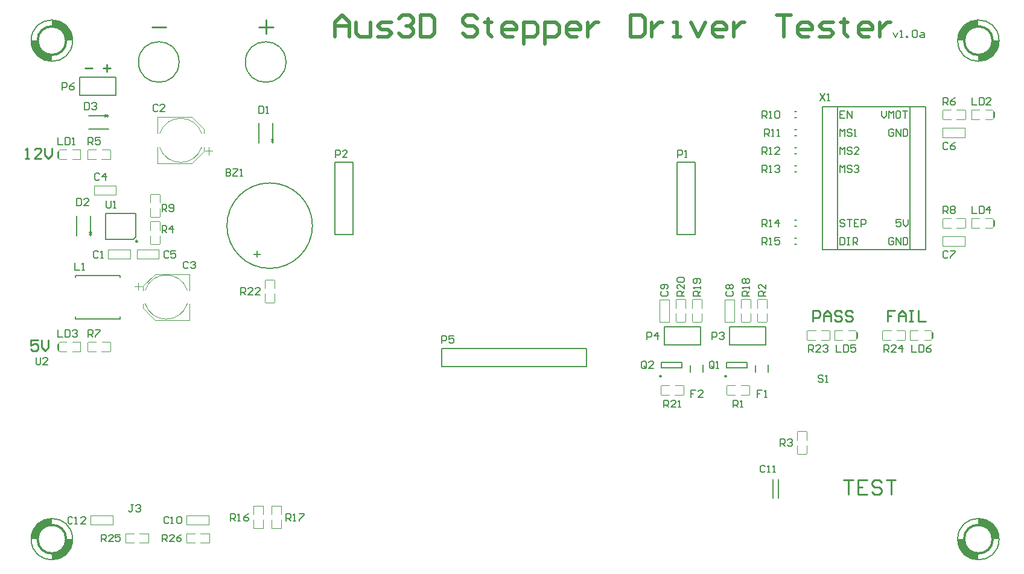
<source format=gto>
G04 Layer_Color=65535*
%FSLAX44Y44*%
%MOMM*%
G71*
G01*
G75*
%ADD10C,0.2540*%
%ADD25C,0.5000*%
%ADD44C,0.1270*%
%ADD45C,0.3000*%
%ADD46C,0.1500*%
%ADD47C,0.0762*%
%ADD48C,0.2500*%
%ADD49C,0.1000*%
%ADD50C,0.2000*%
%ADD51C,0.1524*%
G36*
X79250Y47400D02*
X78600Y46750D01*
Y42200D01*
X76650Y40250D01*
Y37650D01*
X74700Y35700D01*
Y33750D01*
X70150Y29200D01*
X69500D01*
X64950Y24650D01*
X63000D01*
X61050Y22700D01*
X57150Y22050D01*
X54800Y21000D01*
X50000D01*
Y30000D01*
X50500Y30500D01*
X57150D01*
X59100Y32450D01*
X60400D01*
X64950Y37000D01*
Y37650D01*
X68850Y41550D01*
Y45450D01*
X70150Y46750D01*
Y50000D01*
X79250D01*
Y47400D01*
D02*
G37*
G36*
X50000Y70000D02*
X49500Y69500D01*
X42850D01*
X40900Y67550D01*
X39600D01*
X35050Y63000D01*
Y62350D01*
X31150Y58450D01*
Y54550D01*
X29850Y53250D01*
Y50000D01*
X20750D01*
Y52600D01*
X21400Y53250D01*
Y57800D01*
X23350Y59750D01*
Y62350D01*
X25300Y64300D01*
Y66250D01*
X29850Y70800D01*
X30500D01*
X35050Y75350D01*
X37000D01*
X38950Y77300D01*
X42850Y77950D01*
X45200Y79000D01*
X50000D01*
Y70000D01*
D02*
G37*
G36*
X338619Y450838D02*
X342600D01*
Y449162D01*
X338619D01*
Y445180D01*
X336923D01*
Y449162D01*
X332942D01*
Y450838D01*
X336923D01*
Y454858D01*
X338619D01*
Y450838D01*
D02*
G37*
G36*
X1330500Y49500D02*
Y42850D01*
X1332450Y40900D01*
Y39600D01*
X1337000Y35050D01*
X1337650D01*
X1341550Y31150D01*
X1345450D01*
X1346750Y29850D01*
X1350000D01*
Y20750D01*
X1347400D01*
X1346750Y21400D01*
X1342200D01*
X1340250Y23350D01*
X1337650D01*
X1335700Y25300D01*
X1333750D01*
X1329200Y29850D01*
Y30500D01*
X1324650Y35050D01*
Y37000D01*
X1322700Y38950D01*
X1322050Y42850D01*
X1321000Y45200D01*
Y50000D01*
X1330000D01*
X1330500Y49500D01*
D02*
G37*
G36*
X1353250Y78600D02*
X1357800D01*
X1359750Y76650D01*
X1362350D01*
X1364300Y74700D01*
X1366250D01*
X1370800Y70150D01*
Y69500D01*
X1375350Y64950D01*
Y63000D01*
X1377300Y61050D01*
X1377950Y57150D01*
X1379000Y54800D01*
Y50000D01*
X1370000D01*
X1369500Y50500D01*
Y57150D01*
X1367550Y59100D01*
Y60400D01*
X1363000Y64950D01*
X1362350D01*
X1358450Y68850D01*
X1354550D01*
X1353250Y70150D01*
X1350000D01*
Y79250D01*
X1352600D01*
X1353250Y78600D01*
D02*
G37*
G36*
X53250Y778600D02*
X57800D01*
X59750Y776650D01*
X62350D01*
X64300Y774700D01*
X66250D01*
X70800Y770150D01*
Y769500D01*
X75350Y764950D01*
Y763000D01*
X77300Y761050D01*
X77950Y757150D01*
X79000Y754800D01*
Y750000D01*
X70000D01*
X69500Y750500D01*
Y757150D01*
X67550Y759100D01*
Y760400D01*
X63000Y764950D01*
X62350D01*
X58450Y768850D01*
X54550D01*
X53250Y770150D01*
X50000D01*
Y779250D01*
X52600D01*
X53250Y778600D01*
D02*
G37*
G36*
X1350000Y770000D02*
X1349500Y769500D01*
X1342850D01*
X1340900Y767550D01*
X1339600D01*
X1335050Y763000D01*
Y762350D01*
X1331150Y758450D01*
Y754550D01*
X1329850Y753250D01*
Y750000D01*
X1320750D01*
Y752600D01*
X1321400Y753250D01*
Y757800D01*
X1323350Y759750D01*
Y762350D01*
X1325300Y764300D01*
Y766250D01*
X1329850Y770800D01*
X1330500D01*
X1335050Y775350D01*
X1337000D01*
X1338950Y777300D01*
X1342850Y777950D01*
X1345200Y779000D01*
X1350000D01*
Y770000D01*
D02*
G37*
G36*
X30500Y749500D02*
Y742850D01*
X32450Y740900D01*
Y739600D01*
X37000Y735050D01*
X37650D01*
X41550Y731150D01*
X45450D01*
X46750Y729850D01*
X50000D01*
Y720750D01*
X47400D01*
X46750Y721400D01*
X42200D01*
X40250Y723350D01*
X37650D01*
X35700Y725300D01*
X33750D01*
X29200Y729850D01*
Y730500D01*
X24650Y735050D01*
Y737000D01*
X22700Y738950D01*
X22050Y742850D01*
X21000Y745200D01*
Y750000D01*
X30000D01*
X30500Y749500D01*
D02*
G37*
G36*
X1379250Y747400D02*
X1378600Y746750D01*
Y742200D01*
X1376650Y740250D01*
Y737650D01*
X1374700Y735700D01*
Y733750D01*
X1370150Y729200D01*
X1369500D01*
X1364950Y724650D01*
X1363000D01*
X1361050Y722700D01*
X1357150Y722050D01*
X1354800Y721000D01*
X1350000D01*
Y730000D01*
X1350500Y730500D01*
X1357150D01*
X1359100Y732450D01*
X1360400D01*
X1364950Y737000D01*
Y737650D01*
X1368850Y741550D01*
Y745450D01*
X1370150Y746750D01*
Y750000D01*
X1379250D01*
Y747400D01*
D02*
G37*
D10*
X30317Y329195D02*
X20320D01*
Y321698D01*
X25318Y324197D01*
X27818D01*
X30317Y321698D01*
Y316699D01*
X27818Y314200D01*
X22819D01*
X20320Y316699D01*
X35315Y329195D02*
Y319198D01*
X40314Y314200D01*
X45312Y319198D01*
Y329195D01*
X12700Y584200D02*
X17698D01*
X15199D01*
Y599195D01*
X12700Y596696D01*
X35193Y584200D02*
X25196D01*
X35193Y594197D01*
Y596696D01*
X32694Y599195D01*
X27695D01*
X25196Y596696D01*
X40191Y599195D02*
Y589198D01*
X45189Y584200D01*
X50188Y589198D01*
Y599195D01*
X96520Y711078D02*
X106517D01*
X121920D02*
X131917D01*
X126918Y716076D02*
Y706079D01*
X190360Y769375D02*
X210354D01*
X340360D02*
X360354D01*
X350357Y779372D02*
Y759378D01*
X1160780Y133024D02*
X1174109D01*
X1167445D01*
Y113030D01*
X1194103Y133024D02*
X1180774D01*
Y113030D01*
X1194103D01*
X1180774Y123027D02*
X1187438D01*
X1214096Y129691D02*
X1210764Y133024D01*
X1204099D01*
X1200767Y129691D01*
Y126359D01*
X1204099Y123027D01*
X1210764D01*
X1214096Y119694D01*
Y116362D01*
X1210764Y113030D01*
X1204099D01*
X1200767Y116362D01*
X1220761Y133024D02*
X1234090D01*
X1227425D01*
Y113030D01*
X1233167Y370835D02*
X1223010D01*
Y363218D01*
X1228088D01*
X1223010D01*
Y355600D01*
X1238245D02*
Y365757D01*
X1243323Y370835D01*
X1248402Y365757D01*
Y355600D01*
Y363218D01*
X1238245D01*
X1253480Y370835D02*
X1258559D01*
X1256019D01*
Y355600D01*
X1253480D01*
X1258559D01*
X1266176Y370835D02*
Y355600D01*
X1276333D01*
X1117600D02*
Y370835D01*
X1125218D01*
X1127757Y368296D01*
Y363218D01*
X1125218Y360678D01*
X1117600D01*
X1132835Y355600D02*
Y365757D01*
X1137913Y370835D01*
X1142992Y365757D01*
Y355600D01*
Y363218D01*
X1132835D01*
X1158227Y368296D02*
X1155688Y370835D01*
X1150609D01*
X1148070Y368296D01*
Y365757D01*
X1150609Y363218D01*
X1155688D01*
X1158227Y360678D01*
Y358139D01*
X1155688Y355600D01*
X1150609D01*
X1148070Y358139D01*
X1173462Y368296D02*
X1170923Y370835D01*
X1165844D01*
X1163305Y368296D01*
Y365757D01*
X1165844Y363218D01*
X1170923D01*
X1173462Y360678D01*
Y358139D01*
X1170923Y355600D01*
X1165844D01*
X1163305Y358139D01*
D25*
X447040Y755650D02*
Y775643D01*
X457037Y785640D01*
X467034Y775643D01*
Y755650D01*
Y770645D01*
X447040D01*
X477030Y775643D02*
Y760648D01*
X482029Y755650D01*
X497024D01*
Y775643D01*
X507021Y755650D02*
X522016D01*
X527014Y760648D01*
X522016Y765647D01*
X512019D01*
X507021Y770645D01*
X512019Y775643D01*
X527014D01*
X537011Y780642D02*
X542009Y785640D01*
X552006D01*
X557004Y780642D01*
Y775643D01*
X552006Y770645D01*
X547008D01*
X552006D01*
X557004Y765647D01*
Y760648D01*
X552006Y755650D01*
X542009D01*
X537011Y760648D01*
X567001Y785640D02*
Y755650D01*
X581996D01*
X586995Y760648D01*
Y780642D01*
X581996Y785640D01*
X567001D01*
X646975Y780642D02*
X641977Y785640D01*
X631980D01*
X626982Y780642D01*
Y775643D01*
X631980Y770645D01*
X641977D01*
X646975Y765647D01*
Y760648D01*
X641977Y755650D01*
X631980D01*
X626982Y760648D01*
X661970Y780642D02*
Y775643D01*
X656972D01*
X666969D01*
X661970D01*
Y760648D01*
X666969Y755650D01*
X696959D02*
X686962D01*
X681964Y760648D01*
Y770645D01*
X686962Y775643D01*
X696959D01*
X701957Y770645D01*
Y765647D01*
X681964D01*
X711954Y745653D02*
Y775643D01*
X726949D01*
X731948Y770645D01*
Y760648D01*
X726949Y755650D01*
X711954D01*
X741945Y745653D02*
Y775643D01*
X756940D01*
X761938Y770645D01*
Y760648D01*
X756940Y755650D01*
X741945D01*
X786930D02*
X776933D01*
X771935Y760648D01*
Y770645D01*
X776933Y775643D01*
X786930D01*
X791928Y770645D01*
Y765647D01*
X771935D01*
X801925Y775643D02*
Y755650D01*
Y765647D01*
X806924Y770645D01*
X811922Y775643D01*
X816920D01*
X861906Y785640D02*
Y755650D01*
X876901D01*
X881899Y760648D01*
Y780642D01*
X876901Y785640D01*
X861906D01*
X891896Y775643D02*
Y755650D01*
Y765647D01*
X896894Y770645D01*
X901893Y775643D01*
X906891D01*
X921886Y755650D02*
X931883D01*
X926885D01*
Y775643D01*
X921886D01*
X946878D02*
X956875Y755650D01*
X966872Y775643D01*
X991864Y755650D02*
X981867D01*
X976869Y760648D01*
Y770645D01*
X981867Y775643D01*
X991864D01*
X996862Y770645D01*
Y765647D01*
X976869D01*
X1006859Y775643D02*
Y755650D01*
Y765647D01*
X1011857Y770645D01*
X1016855Y775643D01*
X1021854D01*
X1066839Y785640D02*
X1086833D01*
X1076836D01*
Y755650D01*
X1111825D02*
X1101828D01*
X1096830Y760648D01*
Y770645D01*
X1101828Y775643D01*
X1111825D01*
X1116823Y770645D01*
Y765647D01*
X1096830D01*
X1126820Y755650D02*
X1141815D01*
X1146813Y760648D01*
X1141815Y765647D01*
X1131818D01*
X1126820Y770645D01*
X1131818Y775643D01*
X1146813D01*
X1161809Y780642D02*
Y775643D01*
X1156810D01*
X1166807D01*
X1161809D01*
Y760648D01*
X1166807Y755650D01*
X1196797D02*
X1186801D01*
X1181802Y760648D01*
Y770645D01*
X1186801Y775643D01*
X1196797D01*
X1201796Y770645D01*
Y765647D01*
X1181802D01*
X1211792Y775643D02*
Y755650D01*
Y765647D01*
X1216791Y770645D01*
X1221789Y775643D01*
X1226787D01*
D44*
X228448Y720000D02*
G03*
X228448Y720000I-28448J0D01*
G01*
X378448D02*
G03*
X378448Y720000I-28448J0D01*
G01*
X415600Y490220D02*
G03*
X415600Y490220I-60000J0D01*
G01*
X1061812Y107650D02*
Y133650D01*
X1069812Y107650D02*
Y133650D01*
X1055370Y284480D02*
Y294640D01*
X1037590Y284734D02*
Y294386D01*
X996420Y290830D02*
X1025420D01*
Y298450D01*
X996420D02*
X1025420D01*
X996420Y290830D02*
Y298450D01*
X963930Y284480D02*
Y294640D01*
X946150Y284734D02*
Y294386D01*
X904980Y290830D02*
X933980D01*
Y298450D01*
X904980D02*
X933980D01*
X904980Y290830D02*
Y298450D01*
X1091876Y650264D02*
X1094924D01*
X1091876Y642136D02*
X1094924D01*
X1091876Y624864D02*
X1094924D01*
X1091876Y616736D02*
X1094924D01*
X1091876Y599464D02*
X1094924D01*
X1091876Y591336D02*
X1094924D01*
X1091876Y574064D02*
X1094924D01*
X1091876Y565936D02*
X1094924D01*
X1091876Y497864D02*
X1094924D01*
X1091876Y489736D02*
X1094924D01*
X1091876Y472464D02*
X1094924D01*
X1091876Y464336D02*
X1094924D01*
X102000Y625500D02*
X130000D01*
X102000Y644500D02*
X130000D01*
X127890Y643120D02*
Y646120D01*
X124890Y643120D02*
Y646120D01*
X127890Y644620D01*
X124890Y643120D02*
X127890Y644620D01*
X124890D02*
X127890D01*
X340500Y606100D02*
Y634100D01*
X359500Y606100D02*
Y634100D01*
X358120Y608210D02*
X361120D01*
X358120Y611210D02*
X361120D01*
X359620Y608210D02*
X361120Y611210D01*
X358120D02*
X359620Y608210D01*
Y611210D01*
X85100Y476000D02*
Y504000D01*
X104100Y476000D02*
Y504000D01*
X102720Y478110D02*
X105720D01*
X102720Y481110D02*
X105720D01*
X104220Y478110D02*
X105720Y481110D01*
X102720D02*
X104220Y478110D01*
Y481110D01*
D45*
X70000Y750000D02*
G03*
X70000Y750000I-20000J0D01*
G01*
X1370000Y50000D02*
G03*
X1370000Y50000I-20000J0D01*
G01*
Y750000D02*
G03*
X1370000Y750000I-20000J0D01*
G01*
X70000Y50000D02*
G03*
X70000Y50000I-20000J0D01*
G01*
X995325Y278688D02*
X995372Y278640D01*
X995420Y278688D01*
X995372Y278735D01*
X995325Y278688D01*
X903885D02*
X903932Y278640D01*
X903980Y278688D01*
X903932Y278735D01*
X903885Y278688D01*
D46*
X79000Y750000D02*
G03*
X79000Y750000I-29000J0D01*
G01*
X1379000Y50000D02*
G03*
X1379000Y50000I-29000J0D01*
G01*
Y750000D02*
G03*
X1379000Y750000I-29000J0D01*
G01*
X79000Y50000D02*
G03*
X79000Y50000I-29000J0D01*
G01*
X1152700Y657630D02*
X1254046D01*
Y456970D02*
Y657630D01*
X1152700Y457224D02*
Y657630D01*
X1230630Y761044D02*
X1233962Y754380D01*
X1237294Y761044D01*
X1240627Y754380D02*
X1243959D01*
X1242293D01*
Y764377D01*
X1240627Y762711D01*
X1248957Y754380D02*
Y756046D01*
X1250624D01*
Y754380D01*
X1248957D01*
X1257288Y762711D02*
X1258954Y764377D01*
X1262287D01*
X1263953Y762711D01*
Y756046D01*
X1262287Y754380D01*
X1258954D01*
X1257288Y756046D01*
Y762711D01*
X1268951Y761044D02*
X1272283D01*
X1273949Y759378D01*
Y754380D01*
X1268951D01*
X1267285Y756046D01*
X1268951Y757712D01*
X1273949D01*
X1241105Y498947D02*
X1234440D01*
Y493948D01*
X1237772Y495615D01*
X1239438D01*
X1241105Y493948D01*
Y490616D01*
X1239438Y488950D01*
X1236106D01*
X1234440Y490616D01*
X1244437Y498947D02*
Y492282D01*
X1247769Y488950D01*
X1251101Y492282D01*
Y498947D01*
X1214120Y651347D02*
Y644682D01*
X1217452Y641350D01*
X1220785Y644682D01*
Y651347D01*
X1224117Y641350D02*
Y651347D01*
X1227449Y648015D01*
X1230781Y651347D01*
Y641350D01*
X1239112Y651347D02*
X1235780D01*
X1234114Y649681D01*
Y643016D01*
X1235780Y641350D01*
X1239112D01*
X1240778Y643016D01*
Y649681D01*
X1239112Y651347D01*
X1244110D02*
X1250775D01*
X1247443D01*
Y641350D01*
X1230945Y624281D02*
X1229278Y625947D01*
X1225946D01*
X1224280Y624281D01*
Y617616D01*
X1225946Y615950D01*
X1229278D01*
X1230945Y617616D01*
Y620948D01*
X1227612D01*
X1234277Y615950D02*
Y625947D01*
X1240941Y615950D01*
Y625947D01*
X1244274D02*
Y615950D01*
X1249272D01*
X1250938Y617616D01*
Y624281D01*
X1249272Y625947D01*
X1244274D01*
X1230945Y471881D02*
X1229278Y473547D01*
X1225946D01*
X1224280Y471881D01*
Y465216D01*
X1225946Y463550D01*
X1229278D01*
X1230945Y465216D01*
Y468548D01*
X1227612D01*
X1234277Y463550D02*
Y473547D01*
X1240941Y463550D01*
Y473547D01*
X1244274D02*
Y463550D01*
X1249272D01*
X1250938Y465216D01*
Y471881D01*
X1249272Y473547D01*
X1244274D01*
X1155700D02*
Y463550D01*
X1160698D01*
X1162365Y465216D01*
Y471881D01*
X1160698Y473547D01*
X1155700D01*
X1165697D02*
X1169029D01*
X1167363D01*
Y463550D01*
X1165697D01*
X1169029D01*
X1174027D02*
Y473547D01*
X1179026D01*
X1180692Y471881D01*
Y468548D01*
X1179026Y466882D01*
X1174027D01*
X1177360D02*
X1180692Y463550D01*
X1162365Y497281D02*
X1160698Y498947D01*
X1157366D01*
X1155700Y497281D01*
Y495615D01*
X1157366Y493948D01*
X1160698D01*
X1162365Y492282D01*
Y490616D01*
X1160698Y488950D01*
X1157366D01*
X1155700Y490616D01*
X1165697Y498947D02*
X1172361D01*
X1169029D01*
Y488950D01*
X1182358Y498947D02*
X1175694D01*
Y488950D01*
X1182358D01*
X1175694Y493948D02*
X1179026D01*
X1185690Y488950D02*
Y498947D01*
X1190689D01*
X1192355Y497281D01*
Y493948D01*
X1190689Y492282D01*
X1185690D01*
X1155700Y565150D02*
Y575147D01*
X1159032Y571814D01*
X1162365Y575147D01*
Y565150D01*
X1172361Y573481D02*
X1170695Y575147D01*
X1167363D01*
X1165697Y573481D01*
Y571814D01*
X1167363Y570148D01*
X1170695D01*
X1172361Y568482D01*
Y566816D01*
X1170695Y565150D01*
X1167363D01*
X1165697Y566816D01*
X1175694Y573481D02*
X1177360Y575147D01*
X1180692D01*
X1182358Y573481D01*
Y571814D01*
X1180692Y570148D01*
X1179026D01*
X1180692D01*
X1182358Y568482D01*
Y566816D01*
X1180692Y565150D01*
X1177360D01*
X1175694Y566816D01*
X1155700Y590550D02*
Y600547D01*
X1159032Y597215D01*
X1162365Y600547D01*
Y590550D01*
X1172361Y598881D02*
X1170695Y600547D01*
X1167363D01*
X1165697Y598881D01*
Y597215D01*
X1167363Y595548D01*
X1170695D01*
X1172361Y593882D01*
Y592216D01*
X1170695Y590550D01*
X1167363D01*
X1165697Y592216D01*
X1182358Y590550D02*
X1175694D01*
X1182358Y597215D01*
Y598881D01*
X1180692Y600547D01*
X1177360D01*
X1175694Y598881D01*
X1155700Y615950D02*
Y625947D01*
X1159032Y622615D01*
X1162365Y625947D01*
Y615950D01*
X1172361Y624281D02*
X1170695Y625947D01*
X1167363D01*
X1165697Y624281D01*
Y622615D01*
X1167363Y620948D01*
X1170695D01*
X1172361Y619282D01*
Y617616D01*
X1170695Y615950D01*
X1167363D01*
X1165697Y617616D01*
X1175694Y615950D02*
X1179026D01*
X1177360D01*
Y625947D01*
X1175694Y624281D01*
X1162365Y651347D02*
X1155700D01*
Y641350D01*
X1162365D01*
X1155700Y646348D02*
X1159032D01*
X1165697Y641350D02*
Y651347D01*
X1172361Y641350D01*
Y651347D01*
X79195Y80037D02*
X77529Y81703D01*
X74196D01*
X72530Y80037D01*
Y73372D01*
X74196Y71706D01*
X77529D01*
X79195Y73372D01*
X82527Y71706D02*
X85859D01*
X84193D01*
Y81703D01*
X82527Y80037D01*
X97522Y71706D02*
X90858D01*
X97522Y78370D01*
Y80037D01*
X95856Y81703D01*
X92524D01*
X90858Y80037D01*
X1050553Y152081D02*
X1048886Y153747D01*
X1045554D01*
X1043888Y152081D01*
Y145416D01*
X1045554Y143750D01*
X1048886D01*
X1050553Y145416D01*
X1053885Y143750D02*
X1057217D01*
X1055551D01*
Y153747D01*
X1053885Y152081D01*
X1062215Y143750D02*
X1065548D01*
X1063882D01*
Y153747D01*
X1062215Y152081D01*
X64718Y680706D02*
Y690703D01*
X69716D01*
X71382Y689037D01*
Y685704D01*
X69716Y684038D01*
X64718D01*
X81379Y690703D02*
X78047Y689037D01*
X74715Y685704D01*
Y682372D01*
X76381Y680706D01*
X79713D01*
X81379Y682372D01*
Y684038D01*
X79713Y685704D01*
X74715D01*
X164347Y98121D02*
X161014D01*
X162680D01*
Y89790D01*
X161014Y88124D01*
X159348D01*
X157682Y89790D01*
X167679Y96455D02*
X169345Y98121D01*
X172677D01*
X174343Y96455D01*
Y94789D01*
X172677Y93122D01*
X171011D01*
X172677D01*
X174343Y91456D01*
Y89790D01*
X172677Y88124D01*
X169345D01*
X167679Y89790D01*
X315162Y393432D02*
Y403429D01*
X320160D01*
X321827Y401763D01*
Y398430D01*
X320160Y396764D01*
X315162D01*
X318494D02*
X321827Y393432D01*
X331823D02*
X325159D01*
X331823Y400097D01*
Y401763D01*
X330157Y403429D01*
X326825D01*
X325159Y401763D01*
X341820Y393432D02*
X335156D01*
X341820Y400097D01*
Y401763D01*
X340154Y403429D01*
X336822D01*
X335156Y401763D01*
X213876Y80199D02*
X212210Y81865D01*
X208878D01*
X207212Y80199D01*
Y73534D01*
X208878Y71868D01*
X212210D01*
X213876Y73534D01*
X217209Y71868D02*
X220541D01*
X218875D01*
Y81865D01*
X217209Y80199D01*
X225539D02*
X227206Y81865D01*
X230538D01*
X232204Y80199D01*
Y73534D01*
X230538Y71868D01*
X227206D01*
X225539Y73534D01*
Y80199D01*
X204926Y46468D02*
Y56465D01*
X209924D01*
X211590Y54799D01*
Y51466D01*
X209924Y49800D01*
X204926D01*
X208258D02*
X211590Y46468D01*
X221587D02*
X214923D01*
X221587Y53133D01*
Y54799D01*
X219921Y56465D01*
X216589D01*
X214923Y54799D01*
X231584Y56465D02*
X228252Y54799D01*
X224920Y51466D01*
Y48134D01*
X226586Y46468D01*
X229918D01*
X231584Y48134D01*
Y49800D01*
X229918Y51466D01*
X224920D01*
X119328Y46468D02*
Y56465D01*
X124326D01*
X125992Y54799D01*
Y51466D01*
X124326Y49800D01*
X119328D01*
X122660D02*
X125992Y46468D01*
X135989D02*
X129325D01*
X135989Y53133D01*
Y54799D01*
X134323Y56465D01*
X130991D01*
X129325Y54799D01*
X145986Y56465D02*
X139322D01*
Y51466D01*
X142654Y53133D01*
X144320D01*
X145986Y51466D01*
Y48134D01*
X144320Y46468D01*
X140988D01*
X139322Y48134D01*
X1307601Y605471D02*
X1305934Y607137D01*
X1302602D01*
X1300936Y605471D01*
Y598806D01*
X1302602Y597140D01*
X1305934D01*
X1307601Y598806D01*
X1317597Y607137D02*
X1314265Y605471D01*
X1310933Y602138D01*
Y598806D01*
X1312599Y597140D01*
X1315931D01*
X1317597Y598806D01*
Y600472D01*
X1315931Y602138D01*
X1310933D01*
X1307601Y453071D02*
X1305934Y454737D01*
X1302602D01*
X1300936Y453071D01*
Y446406D01*
X1302602Y444740D01*
X1305934D01*
X1307601Y446406D01*
X1310933Y454737D02*
X1317597D01*
Y453071D01*
X1310933Y446406D01*
Y444740D01*
X997509Y397825D02*
X995843Y396158D01*
Y392826D01*
X997509Y391160D01*
X1004174D01*
X1005840Y392826D01*
Y396158D01*
X1004174Y397825D01*
X997509Y401157D02*
X995843Y402823D01*
Y406155D01*
X997509Y407821D01*
X999175D01*
X1000842Y406155D01*
X1002508Y407821D01*
X1004174D01*
X1005840Y406155D01*
Y402823D01*
X1004174Y401157D01*
X1002508D01*
X1000842Y402823D01*
X999175Y401157D01*
X997509D01*
X1000842Y402823D02*
Y406155D01*
X1028700Y391160D02*
X1018703D01*
Y396158D01*
X1020369Y397825D01*
X1023702D01*
X1025368Y396158D01*
Y391160D01*
Y394492D02*
X1028700Y397825D01*
Y401157D02*
Y404489D01*
Y402823D01*
X1018703D01*
X1020369Y401157D01*
Y409487D02*
X1018703Y411154D01*
Y414486D01*
X1020369Y416152D01*
X1022036D01*
X1023702Y414486D01*
X1025368Y416152D01*
X1027034D01*
X1028700Y414486D01*
Y411154D01*
X1027034Y409487D01*
X1025368D01*
X1023702Y411154D01*
X1022036Y409487D01*
X1020369D01*
X1023702Y411154D02*
Y414486D01*
X1051560Y391160D02*
X1041563D01*
Y396158D01*
X1043229Y397825D01*
X1046562D01*
X1048228Y396158D01*
Y391160D01*
Y394492D02*
X1051560Y397825D01*
Y407821D02*
Y401157D01*
X1044895Y407821D01*
X1043229D01*
X1041563Y406155D01*
Y402823D01*
X1043229Y401157D01*
X1005924Y235190D02*
Y245187D01*
X1010922D01*
X1012589Y243521D01*
Y240188D01*
X1010922Y238522D01*
X1005924D01*
X1009256D02*
X1012589Y235190D01*
X1015921D02*
X1019253D01*
X1017587D01*
Y245187D01*
X1015921Y243521D01*
X1046488Y259411D02*
X1039824D01*
Y254412D01*
X1043156D01*
X1039824D01*
Y249414D01*
X1049821D02*
X1053153D01*
X1051487D01*
Y259411D01*
X1049821Y257745D01*
X979178Y291212D02*
Y297877D01*
X977512Y299543D01*
X974180D01*
X972514Y297877D01*
Y291212D01*
X974180Y289546D01*
X977512D01*
X975846Y292878D02*
X979178Y289546D01*
X977512D02*
X979178Y291212D01*
X982511Y289546D02*
X985843D01*
X984177D01*
Y299543D01*
X982511Y297877D01*
X976578Y330186D02*
Y340183D01*
X981576D01*
X983242Y338517D01*
Y335184D01*
X981576Y333518D01*
X976578D01*
X986575Y338517D02*
X988241Y340183D01*
X991573D01*
X993239Y338517D01*
Y336851D01*
X991573Y335184D01*
X989907D01*
X991573D01*
X993239Y333518D01*
Y331852D01*
X991573Y330186D01*
X988241D01*
X986575Y331852D01*
X908742Y235190D02*
Y245187D01*
X913740D01*
X915406Y243521D01*
Y240188D01*
X913740Y238522D01*
X908742D01*
X912074D02*
X915406Y235190D01*
X925403D02*
X918738D01*
X925403Y241854D01*
Y243521D01*
X923737Y245187D01*
X920405D01*
X918738Y243521D01*
X928735Y235190D02*
X932067D01*
X930401D01*
Y245187D01*
X928735Y243521D01*
X953270Y259411D02*
X946606D01*
Y254412D01*
X949938D01*
X946606D01*
Y249414D01*
X963267D02*
X956603D01*
X963267Y256078D01*
Y257745D01*
X961601Y259411D01*
X958269D01*
X956603Y257745D01*
X884183Y291212D02*
Y297877D01*
X882516Y299543D01*
X879184D01*
X877518Y297877D01*
Y291212D01*
X879184Y289546D01*
X882516D01*
X880850Y292878D02*
X884183Y289546D01*
X882516D02*
X884183Y291212D01*
X894179Y289546D02*
X887515D01*
X894179Y296210D01*
Y297877D01*
X892513Y299543D01*
X889181D01*
X887515Y297877D01*
X885138Y330186D02*
Y340183D01*
X890136D01*
X891803Y338517D01*
Y335184D01*
X890136Y333518D01*
X885138D01*
X900133Y330186D02*
Y340183D01*
X895135Y335184D01*
X901799D01*
X906069Y397825D02*
X904403Y396158D01*
Y392826D01*
X906069Y391160D01*
X912734D01*
X914400Y392826D01*
Y396158D01*
X912734Y397825D01*
Y401157D02*
X914400Y402823D01*
Y406155D01*
X912734Y407821D01*
X906069D01*
X904403Y406155D01*
Y402823D01*
X906069Y401157D01*
X907736D01*
X909402Y402823D01*
Y407821D01*
X937260Y391160D02*
X927263D01*
Y396158D01*
X928929Y397825D01*
X932262D01*
X933928Y396158D01*
Y391160D01*
Y394492D02*
X937260Y397825D01*
Y407821D02*
Y401157D01*
X930595Y407821D01*
X928929D01*
X927263Y406155D01*
Y402823D01*
X928929Y401157D01*
Y411154D02*
X927263Y412820D01*
Y416152D01*
X928929Y417818D01*
X935594D01*
X937260Y416152D01*
Y412820D01*
X935594Y411154D01*
X928929D01*
X960120Y391160D02*
X950123D01*
Y396158D01*
X951789Y397825D01*
X955122D01*
X956788Y396158D01*
Y391160D01*
Y394492D02*
X960120Y397825D01*
Y401157D02*
Y404489D01*
Y402823D01*
X950123D01*
X951789Y401157D01*
X958454Y409487D02*
X960120Y411154D01*
Y414486D01*
X958454Y416152D01*
X951789D01*
X950123Y414486D01*
Y411154D01*
X951789Y409487D01*
X953456D01*
X955122Y411154D01*
Y416152D01*
X378662Y75932D02*
Y85929D01*
X383660D01*
X385326Y84263D01*
Y80930D01*
X383660Y79264D01*
X378662D01*
X381994D02*
X385326Y75932D01*
X388659D02*
X391991D01*
X390325D01*
Y85929D01*
X388659Y84263D01*
X396989Y85929D02*
X403654D01*
Y84263D01*
X396989Y77598D01*
Y75932D01*
X300684D02*
Y85929D01*
X305682D01*
X307348Y84263D01*
Y80930D01*
X305682Y79264D01*
X300684D01*
X304016D02*
X307348Y75932D01*
X310681D02*
X314013D01*
X312347D01*
Y85929D01*
X310681Y84263D01*
X325676Y85929D02*
X322344Y84263D01*
X319011Y80930D01*
Y77598D01*
X320678Y75932D01*
X324010D01*
X325676Y77598D01*
Y79264D01*
X324010Y80930D01*
X319011D01*
X1150822Y322657D02*
Y312660D01*
X1157486D01*
X1160819Y322657D02*
Y312660D01*
X1165817D01*
X1167483Y314326D01*
Y320991D01*
X1165817Y322657D01*
X1160819D01*
X1177480D02*
X1170816D01*
Y317658D01*
X1174148Y319324D01*
X1175814D01*
X1177480Y317658D01*
Y314326D01*
X1175814Y312660D01*
X1172482D01*
X1170816Y314326D01*
X1256740Y322657D02*
Y312660D01*
X1263404D01*
X1266737Y322657D02*
Y312660D01*
X1271735D01*
X1273401Y314326D01*
Y320991D01*
X1271735Y322657D01*
X1266737D01*
X1283398D02*
X1280066Y320991D01*
X1276734Y317658D01*
Y314326D01*
X1278400Y312660D01*
X1281732D01*
X1283398Y314326D01*
Y315992D01*
X1281732Y317658D01*
X1276734D01*
X1111960Y312660D02*
Y322657D01*
X1116958D01*
X1118624Y320991D01*
Y317658D01*
X1116958Y315992D01*
X1111960D01*
X1115292D02*
X1118624Y312660D01*
X1128621D02*
X1121957D01*
X1128621Y319324D01*
Y320991D01*
X1126955Y322657D01*
X1123623D01*
X1121957Y320991D01*
X1131954D02*
X1133620Y322657D01*
X1136952D01*
X1138618Y320991D01*
Y319324D01*
X1136952Y317658D01*
X1135286D01*
X1136952D01*
X1138618Y315992D01*
Y314326D01*
X1136952Y312660D01*
X1133620D01*
X1131954Y314326D01*
X1217878Y312660D02*
Y322657D01*
X1222876D01*
X1224542Y320991D01*
Y317658D01*
X1222876Y315992D01*
X1217878D01*
X1221210D02*
X1224542Y312660D01*
X1234539D02*
X1227875D01*
X1234539Y319324D01*
Y320991D01*
X1232873Y322657D01*
X1229541D01*
X1227875Y320991D01*
X1242870Y312660D02*
Y322657D01*
X1237872Y317658D01*
X1244536D01*
X1046428Y641082D02*
Y651079D01*
X1051426D01*
X1053092Y649413D01*
Y646080D01*
X1051426Y644414D01*
X1046428D01*
X1049760D02*
X1053092Y641082D01*
X1056425D02*
X1059757D01*
X1058091D01*
Y651079D01*
X1056425Y649413D01*
X1064755D02*
X1066422Y651079D01*
X1069754D01*
X1071420Y649413D01*
Y642748D01*
X1069754Y641082D01*
X1066422D01*
X1064755Y642748D01*
Y649413D01*
X1049730Y615682D02*
Y625679D01*
X1054728D01*
X1056395Y624013D01*
Y620680D01*
X1054728Y619014D01*
X1049730D01*
X1053062D02*
X1056395Y615682D01*
X1059727D02*
X1063059D01*
X1061393D01*
Y625679D01*
X1059727Y624013D01*
X1068057Y615682D02*
X1071390D01*
X1069724D01*
Y625679D01*
X1068057Y624013D01*
X1046428Y590282D02*
Y600279D01*
X1051426D01*
X1053092Y598613D01*
Y595280D01*
X1051426Y593614D01*
X1046428D01*
X1049760D02*
X1053092Y590282D01*
X1056425D02*
X1059757D01*
X1058091D01*
Y600279D01*
X1056425Y598613D01*
X1071420Y590282D02*
X1064755D01*
X1071420Y596946D01*
Y598613D01*
X1069754Y600279D01*
X1066422D01*
X1064755Y598613D01*
X1046428Y564882D02*
Y574879D01*
X1051426D01*
X1053092Y573213D01*
Y569880D01*
X1051426Y568214D01*
X1046428D01*
X1049760D02*
X1053092Y564882D01*
X1056425D02*
X1059757D01*
X1058091D01*
Y574879D01*
X1056425Y573213D01*
X1064755D02*
X1066422Y574879D01*
X1069754D01*
X1071420Y573213D01*
Y571547D01*
X1069754Y569880D01*
X1068088D01*
X1069754D01*
X1071420Y568214D01*
Y566548D01*
X1069754Y564882D01*
X1066422D01*
X1064755Y566548D01*
X1046428Y488682D02*
Y498679D01*
X1051426D01*
X1053092Y497013D01*
Y493680D01*
X1051426Y492014D01*
X1046428D01*
X1049760D02*
X1053092Y488682D01*
X1056425D02*
X1059757D01*
X1058091D01*
Y498679D01*
X1056425Y497013D01*
X1069754Y488682D02*
Y498679D01*
X1064755Y493680D01*
X1071420D01*
X1046428Y463282D02*
Y473279D01*
X1051426D01*
X1053092Y471613D01*
Y468280D01*
X1051426Y466614D01*
X1046428D01*
X1049760D02*
X1053092Y463282D01*
X1056425D02*
X1059757D01*
X1058091D01*
Y473279D01*
X1056425Y471613D01*
X1071420Y473279D02*
X1064755D01*
Y468280D01*
X1068088Y469947D01*
X1069754D01*
X1071420Y468280D01*
Y464948D01*
X1069754Y463282D01*
X1066422D01*
X1064755Y464948D01*
X95960Y663271D02*
Y653274D01*
X100958D01*
X102625Y654940D01*
Y661605D01*
X100958Y663271D01*
X95960D01*
X105957Y661605D02*
X107623Y663271D01*
X110955D01*
X112621Y661605D01*
Y659939D01*
X110955Y658272D01*
X109289D01*
X110955D01*
X112621Y656606D01*
Y654940D01*
X110955Y653274D01*
X107623D01*
X105957Y654940D01*
X1071828Y180326D02*
Y190323D01*
X1076826D01*
X1078493Y188657D01*
Y185324D01*
X1076826Y183658D01*
X1071828D01*
X1075160D02*
X1078493Y180326D01*
X1081825Y188657D02*
X1083491Y190323D01*
X1086823D01*
X1088489Y188657D01*
Y186991D01*
X1086823Y185324D01*
X1085157D01*
X1086823D01*
X1088489Y183658D01*
Y181992D01*
X1086823Y180326D01*
X1083491D01*
X1081825Y181992D01*
X294334Y569799D02*
Y559802D01*
X299332D01*
X300998Y561468D01*
Y563134D01*
X299332Y564800D01*
X294334D01*
X299332D01*
X300998Y566466D01*
Y568133D01*
X299332Y569799D01*
X294334D01*
X304331D02*
X310995D01*
Y568133D01*
X304331Y561468D01*
Y559802D01*
X310995D01*
X314328D02*
X317660D01*
X315994D01*
Y569799D01*
X314328Y568133D01*
X27634Y305131D02*
Y296800D01*
X29300Y295134D01*
X32632D01*
X34299Y296800D01*
Y305131D01*
X44295Y295134D02*
X37631D01*
X44295Y301798D01*
Y303465D01*
X42629Y305131D01*
X39297D01*
X37631Y303465D01*
X241264Y438331D02*
X239598Y439997D01*
X236266D01*
X234600Y438331D01*
Y431666D01*
X236266Y430000D01*
X239598D01*
X241264Y431666D01*
X244597Y438331D02*
X246263Y439997D01*
X249595D01*
X251261Y438331D01*
Y436665D01*
X249595Y434998D01*
X247929D01*
X249595D01*
X251261Y433332D01*
Y431666D01*
X249595Y430000D01*
X246263D01*
X244597Y431666D01*
X213876Y453325D02*
X212210Y454991D01*
X208878D01*
X207212Y453325D01*
Y446660D01*
X208878Y444994D01*
X212210D01*
X213876Y446660D01*
X223873Y454991D02*
X217209D01*
Y449992D01*
X220541Y451659D01*
X222207D01*
X223873Y449992D01*
Y446660D01*
X222207Y444994D01*
X218875D01*
X217209Y446660D01*
X204600Y510000D02*
Y519997D01*
X209598D01*
X211264Y518331D01*
Y514998D01*
X209598Y513332D01*
X204600D01*
X207932D02*
X211264Y510000D01*
X214597Y511666D02*
X216263Y510000D01*
X219595D01*
X221261Y511666D01*
Y518331D01*
X219595Y519997D01*
X216263D01*
X214597Y518331D01*
Y516665D01*
X216263Y514998D01*
X221261D01*
X204600Y480000D02*
Y489997D01*
X209598D01*
X211264Y488331D01*
Y484998D01*
X209598Y483332D01*
X204600D01*
X207932D02*
X211264Y480000D01*
X219595D02*
Y489997D01*
X214597Y484998D01*
X221261D01*
X115324Y453325D02*
X113658Y454991D01*
X110326D01*
X108660Y453325D01*
Y446660D01*
X110326Y444994D01*
X113658D01*
X115324Y446660D01*
X118657Y444994D02*
X121989D01*
X120323D01*
Y454991D01*
X118657Y453325D01*
X340308Y658191D02*
Y648194D01*
X345306D01*
X346973Y649860D01*
Y656525D01*
X345306Y658191D01*
X340308D01*
X350305Y648194D02*
X353637D01*
X351971D01*
Y658191D01*
X350305Y656525D01*
X1128216Y675463D02*
X1134881Y665466D01*
Y675463D02*
X1128216Y665466D01*
X1138213D02*
X1141545D01*
X1139879D01*
Y675463D01*
X1138213Y673797D01*
X447750Y586472D02*
Y596469D01*
X452748D01*
X454414Y594803D01*
Y591470D01*
X452748Y589804D01*
X447750D01*
X464411Y586472D02*
X457747D01*
X464411Y593136D01*
Y594803D01*
X462745Y596469D01*
X459413D01*
X457747Y594803D01*
X927810Y586472D02*
Y596469D01*
X932808D01*
X934474Y594803D01*
Y591470D01*
X932808Y589804D01*
X927810D01*
X937807Y586472D02*
X941139D01*
X939473D01*
Y596469D01*
X937807Y594803D01*
X597356Y325106D02*
Y335103D01*
X602354D01*
X604021Y333437D01*
Y330104D01*
X602354Y328438D01*
X597356D01*
X614017Y335103D02*
X607353D01*
Y330104D01*
X610685Y331771D01*
X612351D01*
X614017Y330104D01*
Y326772D01*
X612351Y325106D01*
X609019D01*
X607353Y326772D01*
X126186Y525349D02*
Y517018D01*
X127852Y515352D01*
X131184D01*
X132851Y517018D01*
Y525349D01*
X136183Y515352D02*
X139515D01*
X137849D01*
Y525349D01*
X136183Y523683D01*
X82498Y437973D02*
Y427976D01*
X89163D01*
X92495D02*
X95827D01*
X94161D01*
Y437973D01*
X92495Y436307D01*
X1300428Y507732D02*
Y517729D01*
X1305426D01*
X1307092Y516063D01*
Y512730D01*
X1305426Y511064D01*
X1300428D01*
X1303760D02*
X1307092Y507732D01*
X1310425Y516063D02*
X1312091Y517729D01*
X1315423D01*
X1317089Y516063D01*
Y514397D01*
X1315423Y512730D01*
X1317089Y511064D01*
Y509398D01*
X1315423Y507732D01*
X1312091D01*
X1310425Y509398D01*
Y511064D01*
X1312091Y512730D01*
X1310425Y514397D01*
Y516063D01*
X1312091Y512730D02*
X1315423D01*
X101040Y333742D02*
Y343739D01*
X106038D01*
X107704Y342073D01*
Y338740D01*
X106038Y337074D01*
X101040D01*
X104372D02*
X107704Y333742D01*
X111037Y343739D02*
X117701D01*
Y342073D01*
X111037Y335408D01*
Y333742D01*
X1300428Y660132D02*
Y670129D01*
X1305426D01*
X1307092Y668463D01*
Y665130D01*
X1305426Y663464D01*
X1300428D01*
X1303760D02*
X1307092Y660132D01*
X1317089Y670129D02*
X1313757Y668463D01*
X1310425Y665130D01*
Y661798D01*
X1312091Y660132D01*
X1315423D01*
X1317089Y661798D01*
Y663464D01*
X1315423Y665130D01*
X1310425D01*
X101040Y603744D02*
Y613741D01*
X106038D01*
X107704Y612075D01*
Y608742D01*
X106038Y607076D01*
X101040D01*
X104372D02*
X107704Y603744D01*
X117701Y613741D02*
X111037D01*
Y608742D01*
X114369Y610409D01*
X116035D01*
X117701Y608742D01*
Y605410D01*
X116035Y603744D01*
X112703D01*
X111037Y605410D01*
X198636Y658811D02*
X196970Y660477D01*
X193638D01*
X191972Y658811D01*
Y652146D01*
X193638Y650480D01*
X196970D01*
X198636Y652146D01*
X208633Y650480D02*
X201969D01*
X208633Y657144D01*
Y658811D01*
X206967Y660477D01*
X203635D01*
X201969Y658811D01*
X116848Y562037D02*
X115182Y563703D01*
X111850D01*
X110184Y562037D01*
Y555372D01*
X111850Y553706D01*
X115182D01*
X116848Y555372D01*
X125179Y553706D02*
Y563703D01*
X120181Y558704D01*
X126845D01*
X84784Y528143D02*
Y518146D01*
X89782D01*
X91448Y519812D01*
Y526477D01*
X89782Y528143D01*
X84784D01*
X101445Y518146D02*
X94781D01*
X101445Y524810D01*
Y526477D01*
X99779Y528143D01*
X96447D01*
X94781Y526477D01*
X1132086Y278573D02*
X1130420Y280239D01*
X1127088D01*
X1125422Y278573D01*
Y276907D01*
X1127088Y275240D01*
X1130420D01*
X1132086Y273574D01*
Y271908D01*
X1130420Y270242D01*
X1127088D01*
X1125422Y271908D01*
X1135419Y270242D02*
X1138751D01*
X1137085D01*
Y280239D01*
X1135419Y278573D01*
X1341068Y517729D02*
Y507732D01*
X1347733D01*
X1351065Y517729D02*
Y507732D01*
X1356063D01*
X1357729Y509398D01*
Y516063D01*
X1356063Y517729D01*
X1351065D01*
X1366060Y507732D02*
Y517729D01*
X1361062Y512730D01*
X1367726D01*
X58876Y343739D02*
Y333742D01*
X65540D01*
X68873Y343739D02*
Y333742D01*
X73871D01*
X75537Y335408D01*
Y342073D01*
X73871Y343739D01*
X68873D01*
X78870Y342073D02*
X80536Y343739D01*
X83868D01*
X85534Y342073D01*
Y340406D01*
X83868Y338740D01*
X82202D01*
X83868D01*
X85534Y337074D01*
Y335408D01*
X83868Y333742D01*
X80536D01*
X78870Y335408D01*
X1341068Y670129D02*
Y660132D01*
X1347733D01*
X1351065Y670129D02*
Y660132D01*
X1356063D01*
X1357729Y661798D01*
Y668463D01*
X1356063Y670129D01*
X1351065D01*
X1367726Y660132D02*
X1361062D01*
X1367726Y666796D01*
Y668463D01*
X1366060Y670129D01*
X1362728D01*
X1361062Y668463D01*
X58876Y613741D02*
Y603744D01*
X65540D01*
X68873Y613741D02*
Y603744D01*
X73871D01*
X75537Y605410D01*
Y612075D01*
X73871Y613741D01*
X68873D01*
X78870Y603744D02*
X82202D01*
X80536D01*
Y613741D01*
X78870Y612075D01*
D47*
X239966Y399499D02*
G03*
X180974Y399499I-29496J-9499D01*
G01*
Y380501D02*
G03*
X239966Y380501I29496J9499D01*
G01*
X201228Y600501D02*
G03*
X260220Y600501I29496J9499D01*
G01*
Y619499D02*
G03*
X201228Y619499I-29496J-9499D01*
G01*
X242982Y399398D02*
Y422258D01*
X194976D02*
X242982D01*
X178212Y405494D02*
X194976Y422258D01*
X178212Y399398D02*
Y405494D01*
Y374252D02*
Y380348D01*
Y374252D02*
X194976Y357488D01*
X242982D01*
Y380348D01*
X194976Y422258D02*
X242982D01*
X178212Y405494D02*
X194976Y422258D01*
X178212Y374252D02*
X194976Y357488D01*
X242982D01*
X198212Y577742D02*
Y600602D01*
Y577742D02*
X246218D01*
X262982Y594506D01*
Y600602D01*
Y619652D02*
Y625748D01*
X246218Y642512D02*
X262982Y625748D01*
X198212Y642512D02*
X246218D01*
X198212Y619652D02*
Y642512D01*
Y577742D02*
X246218D01*
X262982Y594506D01*
X246218Y642512D02*
X262982Y625748D01*
X198212Y642512D02*
X246218D01*
D48*
X170350Y468250D02*
G03*
X170350Y468250I-1250J0D01*
G01*
D49*
X104580Y70300D02*
Y83300D01*
X135581Y70300D02*
Y83300D01*
X104580D02*
X135581D01*
X104580Y70300D02*
X135581D01*
X349504Y382418D02*
X361696D01*
X362350Y383072D01*
Y394420D01*
X348850Y383072D02*
Y394420D01*
Y383072D02*
X349504Y382418D01*
X348850Y413768D02*
X349504Y414422D01*
X348850Y402420D02*
Y413768D01*
X362350Y402170D02*
Y413768D01*
X361696Y414422D02*
X362350Y413768D01*
X349504Y414422D02*
X361696D01*
X270200Y70300D02*
Y83300D01*
X239200Y70300D02*
Y83300D01*
Y70300D02*
X270200D01*
X239200Y83300D02*
X270200D01*
X270702Y45304D02*
Y57496D01*
X270048Y58150D02*
X270702Y57496D01*
X258700Y58150D02*
X270048D01*
X258700Y44650D02*
X270048D01*
X270702Y45304D01*
X238698D02*
X239352Y44650D01*
X250700D01*
X239352Y58150D02*
X250950D01*
X238698Y57496D02*
X239352Y58150D01*
X238698Y45304D02*
Y57496D01*
X185122Y45304D02*
Y57496D01*
X184469Y58150D02*
X185122Y57496D01*
X173120Y58150D02*
X184469D01*
X173120Y44650D02*
X184469D01*
X185122Y45304D01*
X153118D02*
X153772Y44650D01*
X165120D01*
X153772Y58150D02*
X165370D01*
X153118Y57496D02*
X153772Y58150D01*
X153118Y45304D02*
Y57496D01*
X1331000Y614300D02*
Y627300D01*
X1300000Y614300D02*
Y627300D01*
Y614300D02*
X1331000D01*
X1300000Y627300D02*
X1331000D01*
X1331000Y461900D02*
Y474900D01*
X1300000Y461900D02*
Y474900D01*
Y461900D02*
X1331000D01*
X1300000Y474900D02*
X1331000D01*
X994260Y355340D02*
X1007260D01*
X994260Y386340D02*
X1007260D01*
X994260Y355340D02*
Y386340D01*
X1007260Y355340D02*
Y386340D01*
X1017524Y354838D02*
X1029716D01*
X1030370Y355492D01*
Y366840D01*
X1016870Y355492D02*
Y366840D01*
Y355492D02*
X1017524Y354838D01*
X1016870Y386188D02*
X1017524Y386842D01*
X1016870Y374840D02*
Y386188D01*
X1030370Y374590D02*
Y386188D01*
X1029716Y386842D02*
X1030370Y386188D01*
X1017524Y386842D02*
X1029716D01*
X1040384D02*
X1052576D01*
X1039730Y386188D02*
X1040384Y386842D01*
X1039730Y374840D02*
Y386188D01*
X1053230Y374840D02*
Y386188D01*
X1052576Y386842D02*
X1053230Y386188D01*
X1052576Y354838D02*
X1053230Y355492D01*
Y366840D01*
X1039730Y355492D02*
Y367090D01*
Y355492D02*
X1040384Y354838D01*
X1052576D01*
X1028582Y252984D02*
Y265176D01*
X1027928Y265830D02*
X1028582Y265176D01*
X1016580Y265830D02*
X1027928D01*
X1016580Y252330D02*
X1027928D01*
X1028582Y252984D01*
X996578D02*
X997232Y252330D01*
X1008580D01*
X997232Y265830D02*
X1008830D01*
X996578Y265176D02*
X997232Y265830D01*
X996578Y252984D02*
Y265176D01*
X904358Y252984D02*
Y265176D01*
Y252984D02*
X905012Y252330D01*
X916360D01*
X905012Y265830D02*
X916360D01*
X904358Y265176D02*
X905012Y265830D01*
X935708D02*
X936362Y265176D01*
X924360Y265830D02*
X935708D01*
X924110Y252330D02*
X935708D01*
X936362Y252984D01*
Y265176D01*
X902820Y355340D02*
X915820D01*
X902820Y386340D02*
X915820D01*
X902820Y355340D02*
Y386340D01*
X915820Y355340D02*
Y386340D01*
X926084Y354838D02*
X938276D01*
X938930Y355492D01*
Y366840D01*
X925430Y355492D02*
Y366840D01*
Y355492D02*
X926084Y354838D01*
X925430Y386188D02*
X926084Y386842D01*
X925430Y374840D02*
Y386188D01*
X938930Y374590D02*
Y386188D01*
X938276Y386842D02*
X938930Y386188D01*
X926084Y386842D02*
X938276D01*
X948944D02*
X961136D01*
X948290Y386188D02*
X948944Y386842D01*
X948290Y374840D02*
Y386188D01*
X961790Y374840D02*
Y386188D01*
X961136Y386842D02*
X961790Y386188D01*
X961136Y354838D02*
X961790Y355492D01*
Y366840D01*
X948290Y355492D02*
Y367090D01*
Y355492D02*
X948944Y354838D01*
X961136D01*
X358704Y97002D02*
X370896D01*
X358050Y96348D02*
X358704Y97002D01*
X358050Y85000D02*
Y96348D01*
X371550Y85000D02*
Y96348D01*
X370896Y97002D02*
X371550Y96348D01*
X370896Y64998D02*
X371550Y65652D01*
Y77000D01*
X358050Y65652D02*
Y77250D01*
Y65652D02*
X358704Y64998D01*
X370896D01*
X333304Y97002D02*
X345496D01*
X332650Y96348D02*
X333304Y97002D01*
X332650Y85000D02*
Y96348D01*
X346150Y85000D02*
Y96348D01*
X345496Y97002D02*
X346150Y96348D01*
X345496Y64998D02*
X346150Y65652D01*
Y77000D01*
X332650Y65652D02*
Y77250D01*
Y65652D02*
X333304Y64998D01*
X345496D01*
X1178503Y331673D02*
Y341153D01*
X1178503Y341653D02*
X1180243Y339913D01*
Y332913D02*
Y339913D01*
X1147993Y343163D02*
X1158993D01*
X1147993Y329663D02*
X1158993D01*
X1147993D02*
Y343163D01*
X1167993D02*
X1176993D01*
X1167993Y329663D02*
X1176993D01*
X1179293Y331963D01*
X1178743Y331413D02*
X1180243Y332913D01*
X1179293Y331963D02*
Y340863D01*
X1176993Y343163D02*
X1179293Y340863D01*
X1284403Y331673D02*
Y341153D01*
X1284403Y341653D02*
X1286143Y339913D01*
Y332913D02*
Y339913D01*
X1253893Y343163D02*
X1264893D01*
X1253893Y329663D02*
X1264893D01*
X1253893D02*
Y343163D01*
X1273893D02*
X1282893D01*
X1273893Y329663D02*
X1282893D01*
X1285193Y331963D01*
X1284643Y331413D02*
X1286143Y332913D01*
X1285193Y331963D02*
Y340863D01*
X1282893Y343163D02*
X1285193Y340863D01*
X1141395Y330317D02*
Y342509D01*
X1140741Y343163D02*
X1141395Y342509D01*
X1129393Y343163D02*
X1140741D01*
X1129393Y329663D02*
X1140741D01*
X1141395Y330317D01*
X1109391D02*
X1110045Y329663D01*
X1121393D01*
X1110045Y343163D02*
X1121643D01*
X1109391Y342509D02*
X1110045Y343163D01*
X1109391Y330317D02*
Y342509D01*
X1247295Y330317D02*
Y342509D01*
X1246641Y343163D02*
X1247295Y342509D01*
X1235293Y343163D02*
X1246641D01*
X1235293Y329663D02*
X1246641D01*
X1247295Y330317D01*
X1215291D02*
X1215945Y329663D01*
X1227293D01*
X1215945Y343163D02*
X1227543D01*
X1215291Y342509D02*
X1215945Y343163D01*
X1215291Y330317D02*
Y342509D01*
X1096264Y169418D02*
X1108456D01*
X1109110Y170072D01*
Y181420D01*
X1095610Y170072D02*
Y181420D01*
Y170072D02*
X1096264Y169418D01*
X1095610Y200768D02*
X1096264Y201422D01*
X1095610Y189420D02*
Y200768D01*
X1109110Y189170D02*
Y200768D01*
X1108456Y201422D02*
X1109110Y200768D01*
X1096264Y201422D02*
X1108456D01*
X166350Y405000D02*
X176350D01*
X171350Y399749D02*
Y410250D01*
X169100Y443500D02*
Y456500D01*
X200100Y443500D02*
Y456500D01*
X169100D02*
X200100D01*
X169100Y443500D02*
X200100D01*
X188504Y534502D02*
X200696D01*
X187850Y533848D02*
X188504Y534502D01*
X187850Y522500D02*
Y533848D01*
X201350Y522500D02*
Y533848D01*
X200696Y534502D02*
X201350Y533848D01*
X200696Y502498D02*
X201350Y503152D01*
Y514500D01*
X187850Y503152D02*
Y514750D01*
Y503152D02*
X188504Y502498D01*
X200696D01*
X188504Y496002D02*
X200696D01*
X187850Y495348D02*
X188504Y496002D01*
X187850Y484000D02*
Y495348D01*
X201350Y484000D02*
Y495348D01*
X200696Y496002D02*
X201350Y495348D01*
X200696Y463998D02*
X201350Y464652D01*
Y476000D01*
X187850Y464652D02*
Y476250D01*
Y464652D02*
X188504Y463998D01*
X200696D01*
X160100Y443500D02*
Y456500D01*
X129100Y443500D02*
Y456500D01*
Y443500D02*
X160100D01*
X129100Y456500D02*
X160100D01*
X1331502Y487704D02*
Y499896D01*
X1330848Y500550D02*
X1331502Y499896D01*
X1319500Y500550D02*
X1330848D01*
X1319500Y487050D02*
X1330848D01*
X1331502Y487704D01*
X1299498D02*
X1300152Y487050D01*
X1311500D01*
X1300152Y500550D02*
X1311750D01*
X1299498Y499896D02*
X1300152Y500550D01*
X1299498Y487704D02*
Y499896D01*
X100098Y313904D02*
Y326096D01*
Y313904D02*
X100752Y313250D01*
X112100D01*
X100752Y326750D02*
X112100D01*
X100098Y326096D02*
X100752Y326750D01*
X131448D02*
X132102Y326096D01*
X120100Y326750D02*
X131448D01*
X119850Y313250D02*
X131448D01*
X132102Y313904D01*
Y326096D01*
X1331502Y640104D02*
Y652296D01*
X1330848Y652950D02*
X1331502Y652296D01*
X1319500Y652950D02*
X1330848D01*
X1319500Y639450D02*
X1330848D01*
X1331502Y640104D01*
X1299498D02*
X1300152Y639450D01*
X1311500D01*
X1300152Y652950D02*
X1311750D01*
X1299498Y652296D02*
X1300152Y652950D01*
X1299498Y640104D02*
Y652296D01*
X100098Y583904D02*
Y596096D01*
Y583904D02*
X100752Y583250D01*
X112100D01*
X100752Y596750D02*
X112100D01*
X100098Y596096D02*
X100752Y596750D01*
X131448D02*
X132102Y596096D01*
X120100Y596750D02*
X131448D01*
X119850Y583250D02*
X131448D01*
X132102Y583904D01*
Y596096D01*
X264844Y595000D02*
X274844D01*
X269844Y589750D02*
Y600250D01*
X140100Y533500D02*
Y546500D01*
X109100Y533500D02*
Y546500D01*
Y533500D02*
X140100D01*
X109100Y546500D02*
X140100D01*
X1370510Y489060D02*
Y498540D01*
X1370510Y499040D02*
X1372250Y497300D01*
Y490300D02*
Y497300D01*
X1340000Y500550D02*
X1351000D01*
X1340000Y487050D02*
X1351000D01*
X1340000D02*
Y500550D01*
X1360000D02*
X1369000D01*
X1360000Y487050D02*
X1369000D01*
X1371300Y489350D01*
X1370750Y488800D02*
X1372250Y490300D01*
X1371300Y489350D02*
Y498250D01*
X1369000Y500550D02*
X1371300Y498250D01*
X59590Y315260D02*
Y324740D01*
X57850Y316500D02*
X59590Y314760D01*
X57850Y316500D02*
Y323500D01*
X79100Y313250D02*
X90100D01*
X79100Y326750D02*
X90100D01*
Y313250D02*
Y326750D01*
X61100Y313250D02*
X70100D01*
X61100Y326750D02*
X70100D01*
X58800Y324450D02*
X61100Y326750D01*
X57850Y323500D02*
X59350Y325000D01*
X58800Y315550D02*
Y324450D01*
Y315550D02*
X61100Y313250D01*
X1370510Y641460D02*
Y650940D01*
X1370510Y651440D02*
X1372250Y649700D01*
Y642700D02*
Y649700D01*
X1340000Y652950D02*
X1351000D01*
X1340000Y639450D02*
X1351000D01*
X1340000D02*
Y652950D01*
X1360000D02*
X1369000D01*
X1360000Y639450D02*
X1369000D01*
X1371300Y641750D01*
X1370750Y641200D02*
X1372250Y642700D01*
X1371300Y641750D02*
Y650650D01*
X1369000Y652950D02*
X1371300Y650650D01*
X59590Y585260D02*
Y594740D01*
X57850Y586500D02*
X59590Y584760D01*
X57850Y586500D02*
Y593500D01*
X79100Y583250D02*
X90100D01*
X79100Y596750D02*
X90100D01*
Y583250D02*
Y596750D01*
X61100Y583250D02*
X70100D01*
X61100Y596750D02*
X70100D01*
X58800Y594450D02*
X61100Y596750D01*
X57850Y593500D02*
X59350Y595000D01*
X58800Y585550D02*
Y594450D01*
Y585550D02*
X61100Y583250D01*
D50*
X139700Y673100D02*
Y698500D01*
X88900Y673100D02*
X139700D01*
X88900D02*
Y698500D01*
X139700D01*
X1051560Y322580D02*
Y347980D01*
X1000760Y322580D02*
X1051560D01*
X1000760D02*
Y347980D01*
X1051560D01*
X960120Y322580D02*
Y347980D01*
X909320Y322580D02*
X960120D01*
X909320D02*
Y347980D01*
X960120D01*
X447300Y477300D02*
X472700D01*
X447300D02*
Y578900D01*
X472700Y477300D02*
Y578900D01*
X447300D02*
X472700D01*
X927300D02*
X952700D01*
Y477300D02*
Y578900D01*
X927300Y477300D02*
Y578900D01*
Y477300D02*
X952700D01*
X800100Y292100D02*
Y317500D01*
X596900D02*
X800100D01*
X596900Y292100D02*
Y317500D01*
Y292100D02*
X800100D01*
X125600Y471000D02*
X154100D01*
X125600D02*
Y507750D01*
X167600Y486500D02*
Y507750D01*
X125600D02*
X167600D01*
Y474500D02*
Y486500D01*
X164100Y471000D02*
X167600Y474500D01*
X154100Y471000D02*
X164100D01*
X83100Y420500D02*
X146100D01*
X83100Y417500D02*
Y420500D01*
X146100Y417500D02*
Y420500D01*
X83100Y359500D02*
Y362500D01*
X146100Y359500D02*
Y362500D01*
X83100Y359500D02*
X146100D01*
D51*
X1131110Y456970D02*
Y657630D01*
X1275890Y456970D02*
Y657630D01*
X1254046D02*
X1275890D01*
X1131110Y456970D02*
X1275890D01*
X1131110Y657630D02*
X1152700D01*
M02*

</source>
